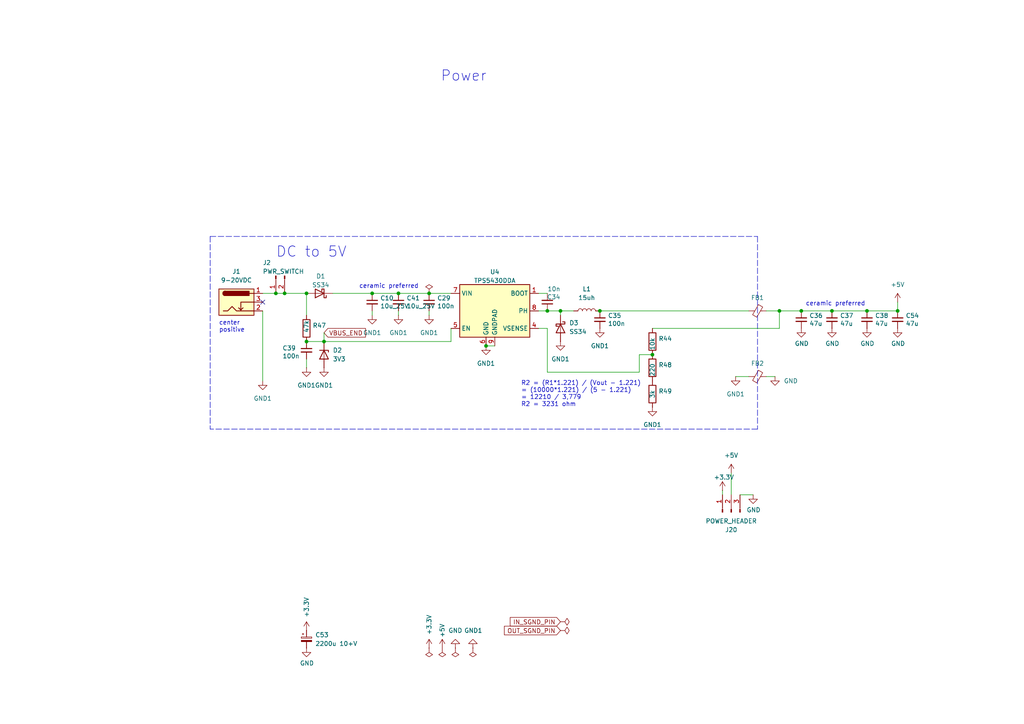
<source format=kicad_sch>
(kicad_sch (version 20250114) (generator "eeschema") (generator_version "9.0")
  (paper "A4")
  (title_block (title "https://github.com/ksoloti/ksoloti-gills") (date "2025-11-19") (rev "v0.6"))
  (lib_symbols
    (symbol "Connector:Barrel_Jack_Switch" (pin_names (hide yes))
      (property "Reference" "J" (at 0 5.334 0))
      (property "Value" "Barrel_Jack_Switch" (at 0 -5.08 0))
      (symbol "Barrel_Jack_Switch_0_1"
        (rectangle (start -5.08 3.81) (end 5.08 -3.81) (stroke (width 0.254)) (fill (type background)))
        (polyline (pts (xy -3.81 -2.54) (xy -2.54 -2.54) (xy -1.27 -1.27) (xy 0 -2.54) (xy 2.54 -2.54) (xy 5.08 -2.54)) (stroke (width 0.254)))
        (arc (start -3.302 1.905) (mid -3.9343 2.54) (end -3.302 3.175) (stroke (width 0.254)))
        (arc (start -3.302 1.905) (mid -3.9343 2.54) (end -3.302 3.175) (stroke (width 0.254)) (fill (type outline)))
        (polyline (pts (xy 1.27 -2.286) (xy 1.905 -1.651)) (stroke (width 0.254)))
        (rectangle (start 3.683 3.175) (end -3.302 1.905) (stroke (width 0.254)) (fill (type outline)))
        (polyline (pts (xy 5.08 2.54) (xy 3.81 2.54)) (stroke (width 0.254)))
        (polyline (pts (xy 5.08 0) (xy 1.27 0) (xy 1.27 -2.286) (xy 0.635 -1.651)) (stroke (width 0.254)))
      )
      (symbol "Barrel_Jack_Switch_1_1"
        (pin passive line (at 7.62 2.54 180) (length 2.54) (name "~") (number "1"))
        (pin passive line (at 7.62 0 180) (length 2.54) (name "~") (number "3"))
        (pin passive line (at 7.62 -2.54 180) (length 2.54) (name "~") (number "2"))
      )
    )
    (symbol "Connector:Conn_01x02_Pin" (pin_names (offset 1.016) (hide yes))
      (property "Reference" "J" (at 0 2.54 0))
      (property "Value" "Conn_01x02_Pin" (at 0 -5.08 0))
      (symbol "Conn_01x02_Pin_1_1"
        (rectangle (start 0.8636 0.127) (end 0 -0.127) (stroke (width 0.1524)) (fill (type outline)))
        (rectangle (start 0.8636 -2.413) (end 0 -2.667) (stroke (width 0.1524)) (fill (type outline)))
        (polyline (pts (xy 1.27 0) (xy 0.8636 0)) (stroke (width 0.1524)))
        (polyline (pts (xy 1.27 -2.54) (xy 0.8636 -2.54)) (stroke (width 0.1524)))
        (pin passive line (at 5.08 0 180) (length 3.81) (name "Pin_1") (number "1"))
        (pin passive line (at 5.08 -2.54 180) (length 3.81) (name "Pin_2") (number "2"))
      )
    )
    (symbol "Connector:Conn_01x03_Pin" (pin_names (offset 1.016) (hide yes))
      (property "Reference" "J" (at 0 5.08 0))
      (property "Value" "Conn_01x03_Pin" (at 0 -5.08 0))
      (symbol "Conn_01x03_Pin_1_1"
        (rectangle (start 0.8636 2.667) (end 0 2.413) (stroke (width 0.1524)) (fill (type outline)))
        (rectangle (start 0.8636 0.127) (end 0 -0.127) (stroke (width 0.1524)) (fill (type outline)))
        (rectangle (start 0.8636 -2.413) (end 0 -2.667) (stroke (width 0.1524)) (fill (type outline)))
        (polyline (pts (xy 1.27 2.54) (xy 0.8636 2.54)) (stroke (width 0.1524)))
        (polyline (pts (xy 1.27 0) (xy 0.8636 0)) (stroke (width 0.1524)))
        (polyline (pts (xy 1.27 -2.54) (xy 0.8636 -2.54)) (stroke (width 0.1524)))
        (pin passive line (at 5.08 2.54 180) (length 3.81) (name "Pin_1") (number "1"))
        (pin passive line (at 5.08 0 180) (length 3.81) (name "Pin_2") (number "2"))
        (pin passive line (at 5.08 -2.54 180) (length 3.81) (name "Pin_3") (number "3"))
      )
    )
    (symbol "Device:C_Polarized_Small" (pin_numbers (hide yes)) (pin_names (offset 0.254) (hide yes))
      (property "Reference" "C" (at 0.254 1.778 0))
      (property "Value" "C_Polarized_Small" (at 0.254 -2.032 0))
      (symbol "C_Polarized_Small_0_1"
        (rectangle (start -1.524 0.6858) (end 1.524 0.3048))
        (rectangle (start -1.524 -0.3048) (end 1.524 -0.6858) (fill (type outline)))
        (polyline (pts (xy -1.27 1.524) (xy -0.762 1.524)))
        (polyline (pts (xy -1.016 1.27) (xy -1.016 1.778)))
      )
      (symbol "C_Polarized_Small_1_1"
        (pin passive line (at 0 2.54 270) (length 1.8542) (name "~") (number "1"))
        (pin passive line (at 0 -2.54 90) (length 1.8542) (name "~") (number "2"))
      )
    )
    (symbol "Device:C_Small" (pin_numbers (hide yes)) (pin_names (offset 0.254) (hide yes))
      (property "Reference" "C" (at 0.254 1.778 0))
      (property "Value" "C_Small" (at 0.254 -2.032 0))
      (symbol "C_Small_0_1"
        (polyline (pts (xy -1.524 0.508) (xy 1.524 0.508)) (stroke (width 0.3048)))
        (polyline (pts (xy -1.524 -0.508) (xy 1.524 -0.508)) (stroke (width 0.3302)))
      )
      (symbol "C_Small_1_1"
        (pin passive line (at 0 2.54 270) (length 2.032) (name "~") (number "1"))
        (pin passive line (at 0 -2.54 90) (length 2.032) (name "~") (number "2"))
      )
    )
    (symbol "Device:D_Zener" (pin_numbers (hide yes)) (pin_names (offset 1.016) (hide yes))
      (property "Reference" "D" (at 0 2.54 0))
      (property "Value" "D_Zener" (at 0 -2.54 0))
      (symbol "D_Zener_0_1"
        (polyline (pts (xy -1.27 -1.27) (xy -1.27 1.27) (xy -0.762 1.27)) (stroke (width 0.254)))
        (polyline (pts (xy 1.27 0) (xy -1.27 0)))
        (polyline (pts (xy 1.27 -1.27) (xy 1.27 1.27) (xy -1.27 0) (xy 1.27 -1.27)) (stroke (width 0.254)))
      )
      (symbol "D_Zener_1_1"
        (pin passive line (at -3.81 0 0) (length 2.54) (name "K") (number "1"))
        (pin passive line (at 3.81 0 180) (length 2.54) (name "A") (number "2"))
      )
    )
    (symbol "Device:FerriteBead_Small" (pin_numbers (hide yes)) (pin_names (offset 0))
      (property "Reference" "FB" (at 1.905 1.27 0))
      (property "Value" "FerriteBead_Small" (at 1.905 -1.27 0))
      (symbol "FerriteBead_Small_0_1"
        (polyline (pts (xy -1.8288 0.2794) (xy -1.1176 1.4986) (xy 1.8288 -0.2032) (xy 1.1176 -1.4224) (xy -1.8288 0.2794)))
        (polyline (pts (xy 0 0.889) (xy 0 1.2954)))
        (polyline (pts (xy 0 -1.27) (xy 0 -0.7874)))
      )
      (symbol "FerriteBead_Small_1_1"
        (pin passive line (at 0 2.54 270) (length 1.27) (name "~") (number "1"))
        (pin passive line (at 0 -2.54 90) (length 1.27) (name "~") (number "2"))
      )
    )
    (symbol "Device:L" (pin_numbers (hide yes)) (pin_names (offset 1.016) (hide yes))
      (property "Reference" "L" (at -1.27 0 90))
      (property "Value" "L" (at 1.905 0 90))
      (symbol "L_0_1"
        (arc (start 0 2.54) (mid 0.6323 1.905) (end 0 1.27))
        (arc (start 0 1.27) (mid 0.6323 0.635) (end 0 0))
        (arc (start 0 0) (mid 0.6323 -0.635) (end 0 -1.27))
        (arc (start 0 -1.27) (mid 0.6323 -1.905) (end 0 -2.54))
      )
      (symbol "L_1_1"
        (pin passive line (at 0 3.81 270) (length 1.27) (name "1") (number "1"))
        (pin passive line (at 0 -3.81 90) (length 1.27) (name "2") (number "2"))
      )
    )
    (symbol "Device:R" (pin_numbers (hide yes)) (pin_names (offset 0))
      (property "Reference" "R" (at 2.032 0 90))
      (property "Value" "R" (at 0 0 90))
      (symbol "R_0_1"
        (rectangle (start -1.016 -2.54) (end 1.016 2.54) (stroke (width 0.254)))
      )
      (symbol "R_1_1"
        (pin passive line (at 0 3.81 270) (length 1.27) (name "~") (number "1"))
        (pin passive line (at 0 -3.81 90) (length 1.27) (name "~") (number "2"))
      )
    )
    (symbol "Diode:1N5819" (pin_numbers (hide yes)) (pin_names (offset 1.016) (hide yes))
      (property "Reference" "D" (at 0 2.54 0))
      (property "Value" "1N5819" (at 0 -2.54 0))
      (symbol "1N5819_0_1"
        (polyline (pts (xy -1.905 0.635) (xy -1.905 1.27) (xy -1.27 1.27) (xy -1.27 -1.27) (xy -0.635 -1.27) (xy -0.635 -0.635)) (stroke (width 0.254)))
        (polyline (pts (xy 1.27 1.27) (xy 1.27 -1.27) (xy -1.27 0) (xy 1.27 1.27)) (stroke (width 0.254)))
        (polyline (pts (xy 1.27 0) (xy -1.27 0)))
      )
      (symbol "1N5819_1_1"
        (pin passive line (at -3.81 0 0) (length 2.54) (name "K") (number "1"))
        (pin passive line (at 3.81 0 180) (length 2.54) (name "A") (number "2"))
      )
    )
    (symbol "Regulator_Switching:TPS5430DDA"
      (property "Reference" "U" (at -10.16 8.89 0))
      (property "Value" "TPS5430DDA" (at -1.27 8.89 0))
      (symbol "TPS5430DDA_0_1"
        (rectangle (start -10.16 7.62) (end 10.16 -7.62) (stroke (width 0.254)) (fill (type background)))
      )
      (symbol "TPS5430DDA_1_1"
        (pin power_in line (at -12.7 5.08 0) (length 2.54) (name "VIN") (number "7"))
        (pin input line (at -12.7 -5.08 0) (length 2.54) (name "EN") (number "5"))
        (pin no_connect line (at -10.16 2.54 0) (length 2.54) (hide yes) (name "NC") (number "2"))
        (pin no_connect line (at -10.16 -2.54 0) (length 2.54) (hide yes) (name "NC") (number "3"))
        (pin power_in line (at -2.54 -10.16 90) (length 2.54) (name "GND") (number "6"))
        (pin power_in line (at 0 -10.16 90) (length 2.54) (name "GNDPAD") (number "9"))
        (pin input line (at 12.7 5.08 180) (length 2.54) (name "BOOT") (number "1"))
        (pin output line (at 12.7 0 180) (length 2.54) (name "PH") (number "8"))
        (pin input line (at 12.7 -5.08 180) (length 2.54) (name "VSENSE") (number "4"))
      )
    )
    (symbol "power:+3.3V" (power) (pin_numbers (hide yes)) (pin_names (offset 0) (hide yes))
      (property "Value" "+3.3V" (at 0 3.556 0))
      (symbol "+3.3V_0_1"
        (polyline (pts (xy -0.762 1.27) (xy 0 2.54)))
        (polyline (pts (xy 0 2.54) (xy 0.762 1.27)))
        (polyline (pts (xy 0 0) (xy 0 2.54)))
      )
      (symbol "+3.3V_1_1"
        (pin power_in line (at 0 0 90) (length 0) (name "~") (number "1"))
      )
    )
    (symbol "power:+5V" (power) (pin_numbers (hide yes)) (pin_names (offset 0) (hide yes))
      (property "Value" "+5V" (at 0 3.556 0))
      (symbol "+5V_0_1"
        (polyline (pts (xy -0.762 1.27) (xy 0 2.54)))
        (polyline (pts (xy 0 2.54) (xy 0.762 1.27)))
        (polyline (pts (xy 0 0) (xy 0 2.54)))
      )
      (symbol "+5V_1_1"
        (pin power_in line (at 0 0 90) (length 0) (name "~") (number "1"))
      )
    )
    (symbol "power:GND" (power) (pin_numbers (hide yes)) (pin_names (offset 0) (hide yes))
      (property "Value" "GND" (at 0 -3.81 0))
      (symbol "GND_0_1"
        (polyline (pts (xy 0 0) (xy 0 -1.27) (xy 1.27 -1.27) (xy 0 -2.54) (xy -1.27 -1.27) (xy 0 -1.27)))
      )
      (symbol "GND_1_1"
        (pin power_in line (at 0 0 270) (length 0) (name "~") (number "1"))
      )
    )
    (symbol "power:GND1" (power) (pin_numbers (hide yes)) (pin_names (offset 0) (hide yes))
      (property "Value" "GND1" (at 0 -3.81 0))
      (symbol "GND1_0_1"
        (polyline (pts (xy 0 0) (xy 0 -1.27) (xy 1.27 -1.27) (xy 0 -2.54) (xy -1.27 -1.27) (xy 0 -1.27)))
      )
      (symbol "GND1_1_1"
        (pin power_in line (at 0 0 270) (length 0) (name "~") (number "1"))
      )
    )
    (symbol "power:PWR_FLAG" (power) (pin_numbers (hide yes)) (pin_names (offset 0) (hide yes))
      (property "Value" "PWR_FLAG" (at 0 3.81 0))
      (symbol "PWR_FLAG_0_0"
        (pin power_out line (at 0 0 90) (length 0) (name "~") (number "1"))
      )
      (symbol "PWR_FLAG_0_1"
        (polyline (pts (xy 0 0) (xy 0 1.27) (xy -1.016 1.905) (xy 0 2.54) (xy 1.016 1.905) (xy 0 1.27)))
      )
    )
  )
  (text "Power" (at 127.762 23.876 0) (effects (font (size 3 3)) (justify left bottom)))
  (text "DC to 5V" (at 80.01 74.93 0) (effects (font (size 3 3)) (justify left bottom)))
  (text "center\npositive" (at 63.5 96.52 0) (effects (font (size 1.27 1.27)) (justify left bottom)))
  (text "ceramic preferred" (at 104.14 83.82 0) (effects (font (size 1.27 1.27)) (justify left bottom)))
  (text "R2 = (R1*1.221) / (Vout - 1.221)\n= (10000*1.221) / (5 - 1.221)\n= 12210 / 3,779\nR2 = 3231 ohm" (at 151.13 118.11 0) (effects (font (size 1.27 1.27)) (justify left bottom)))
  (text "ceramic preferred" (at 233.68 88.9 0) (effects (font (size 1.27 1.27)) (justify left bottom)))
  (junction (at 189.23 102.87))
  (junction (at 158.75 90.17))
  (junction (at 93.98 99.06))
  (junction (at 162.56 90.17))
  (junction (at 251.46 90.17))
  (junction (at 173.99 90.17))
  (junction (at 140.97 100.33))
  (junction (at 226.06 90.17))
  (junction (at 88.9 85.09))
  (junction (at 241.3 90.17))
  (junction (at 88.9 99.06))
  (junction (at 124.46 85.09))
  (junction (at 232.41 90.17))
  (junction (at 82.55 85.09))
  (junction (at 107.95 85.09))
  (junction (at 115.57 85.09))
  (junction (at 80.01 85.09))
  (junction (at 260.35 90.17))
  (no_connect (at 76.2 87.63))
  (wire (pts (xy 185.42 107.95) (xy 185.42 102.87)))
  (wire (pts (xy 107.95 85.09) (xy 115.57 85.09)))
  (wire (pts (xy 222.25 90.17) (xy 226.06 90.17)))
  (wire (pts (xy 226.06 90.17) (xy 226.06 95.25)))
  (wire (pts (xy 260.35 87.63) (xy 260.35 90.17)))
  (wire (pts (xy 173.99 90.17) (xy 217.17 90.17)))
  (wire (pts (xy 158.75 95.25) (xy 156.21 95.25)))
  (wire (pts (xy 212.09 143.51) (xy 212.09 137.16)))
  (wire (pts (xy 124.46 91.44) (xy 124.46 90.17)))
  (wire (pts (xy 158.75 107.95) (xy 185.42 107.95)))
  (wire (pts (xy 162.56 90.17) (xy 166.37 90.17)))
  (wire (pts (xy 158.75 90.17) (xy 156.21 90.17)))
  (wire (pts (xy 96.52 85.09) (xy 107.95 85.09)))
  (wire (pts (xy 115.57 91.44) (xy 115.57 90.17)))
  (wire (pts (xy 226.06 90.17) (xy 232.41 90.17)))
  (wire (pts (xy 185.42 102.87) (xy 189.23 102.87)))
  (wire (pts (xy 130.81 99.06) (xy 93.98 99.06)))
  (wire (pts (xy 88.9 91.44) (xy 88.9 85.09)))
  (wire (pts (xy 232.41 90.17) (xy 241.3 90.17)))
  (polyline (pts (xy 219.71 124.46) (xy 60.96 124.46)) (stroke (width 0) (type dash)))
  (wire (pts (xy 156.21 85.09) (xy 158.75 85.09)))
  (wire (pts (xy 140.97 100.33) (xy 143.51 100.33)))
  (wire (pts (xy 76.2 85.09) (xy 80.01 85.09)))
  (wire (pts (xy 82.55 85.09) (xy 88.9 85.09)))
  (wire (pts (xy 88.9 106.68) (xy 88.9 104.14)))
  (wire (pts (xy 209.55 142.24) (xy 209.55 143.51)))
  (wire (pts (xy 214.63 143.51) (xy 218.44 143.51)))
  (polyline (pts (xy 219.71 68.58) (xy 219.71 124.46)) (stroke (width 0) (type dash)))
  (wire (pts (xy 158.75 90.17) (xy 162.56 90.17)))
  (wire (pts (xy 88.9 99.06) (xy 93.98 99.06)))
  (wire (pts (xy 93.98 96.52) (xy 93.98 99.06)))
  (wire (pts (xy 251.46 90.17) (xy 260.35 90.17)))
  (wire (pts (xy 80.01 85.09) (xy 82.55 85.09)))
  (wire (pts (xy 124.46 85.09) (xy 130.81 85.09)))
  (wire (pts (xy 224.79 109.22) (xy 222.25 109.22)))
  (polyline (pts (xy 60.96 68.58) (xy 60.96 124.46)) (stroke (width 0) (type dash)))
  (wire (pts (xy 130.81 95.25) (xy 130.81 99.06)))
  (wire (pts (xy 241.3 90.17) (xy 251.46 90.17)))
  (wire (pts (xy 76.2 110.49) (xy 76.2 90.17)))
  (polyline (pts (xy 60.96 68.58) (xy 219.71 68.58)) (stroke (width 0) (type dash)))
  (wire (pts (xy 226.06 95.25) (xy 189.23 95.25)))
  (wire (pts (xy 162.56 91.44) (xy 162.56 90.17)))
  (wire (pts (xy 158.75 95.25) (xy 158.75 107.95)))
  (wire (pts (xy 115.57 85.09) (xy 124.46 85.09)))
  (wire (pts (xy 213.36 109.22) (xy 217.17 109.22)))
  (wire (pts (xy 107.95 91.44) (xy 107.95 90.17)))
  (global_label "VBUS_END" (shape input) (at 93.98 96.52 0) (property "Intersheetrefs" "${INTERSHEET_REFS}" (effects (hide yes))))
  (global_label "OUT_SGND_PIN" (shape input) (at 162.56 182.88 180) (property "Intersheetrefs" "${INTERSHEET_REFS}" (effects (hide yes))))
  (global_label "IN_SGND_PIN" (shape input) (at 162.56 180.34 180) (property "Intersheetrefs" "${INTERSHEET_REFS}" (effects (hide yes))))
  (symbol (lib_id "power:GND1") (at 115.57 91.44 0) (unit 1)
    (property "Reference" "#PWR0114" (effects (hide yes)))
    (property "Value" "GND1" (at 115.57 96.52 0))
    (property "Description" "Power symbol creates a global label with name \"GND1\" , ground" (effects (hide yes)))
  )
  (symbol (lib_id "power:GND1") (at 76.2 110.49 0) (unit 1)
    (property "Reference" "#PWR0107" (effects (hide yes)))
    (property "Value" "GND1" (at 76.2 115.57 0))
    (property "Description" "Power symbol creates a global label with name \"GND1\" , ground" (effects (hide yes)))
  )
  (symbol (lib_id "Device:C_Polarized_Small") (at 88.9 185.42 0) (unit 1)
    (property "Reference" "C53" (at 91.44 184.15 0) (effects (justify left)))
    (property "Value" "2200u 10+V" (at 91.44 186.69 0) (effects (justify left)))
    (property "Footprint" "Capacitor_THT:CP_Radial_D10.0mm_P5.00mm" (effects (hide yes)))
    (property "Description" "Polarized capacitor, small symbol" (effects (hide yes)))
  )
  (symbol (lib_id "Connector:Conn_01x02_Pin") (at 80.01 80.01 90) (mirror x) (unit 1)
    (property "Reference" "J2" (at 76.2 76.2 90) (effects (justify right)))
    (property "Value" "PWR_SWITCH" (at 76.2 78.74 90) (effects (justify right)))
    (property "Footprint" "Connector_PinHeader_2.54mm:PinHeader_1x02_P2.54mm_Vertical" (effects (hide yes)))
    (property "Description" "Generic connector, single row, 01x02, script generated" (effects (hide yes)))
  )
  (symbol (lib_id "Device:R") (at 189.23 99.06 0) (unit 1)
    (property "Reference" "R44" (at 191.008 98.2253 0) (effects (justify left)))
    (property "Value" "10k" (at 189.23 101.6 90) (effects (justify left)))
    (property "Footprint" "Resistor_SMD:R_0603_1608Metric" (effects (hide yes)))
    (property "Description" "Resistor" (effects (hide yes)))
  )
  (symbol (lib_id "power:GND1") (at 137.16 187.96 180) (unit 1)
    (property "Reference" "#PWR0123" (effects (hide yes)))
    (property "Value" "GND1" (at 134.62 182.88 0) (effects (justify right)))
    (property "Description" "Power symbol creates a global label with name \"GND1\" , ground" (effects (hide yes)))
  )
  (symbol (lib_id "power:GND1") (at 88.9 106.68 0) (unit 1)
    (property "Reference" "#PWR0113" (effects (hide yes)))
    (property "Value" "GND1" (at 88.9 111.76 0))
    (property "Description" "Power symbol creates a global label with name \"GND1\" , ground" (effects (hide yes)))
  )
  (symbol (lib_id "power:PWR_FLAG") (at 124.46 85.09 0) (unit 1)
    (property "Reference" "#FLG01" (effects (hide yes)))
    (property "Value" "PWR_FLAG" (effects (hide yes)))
    (property "Description" "Special symbol for telling ERC where power comes from" (effects (hide yes)))
  )
  (symbol (lib_id "Diode:1N5819") (at 162.56 95.25 270) (unit 1)
    (property "Reference" "D3" (at 165.1 93.6624 90) (effects (justify left)))
    (property "Value" "SS34" (at 165.1 96.2024 90) (effects (justify left)))
    (property "Footprint" "Diode_SMD:D_SMA" (effects (hide yes)))
    (property "Datasheet" "http://www.vishay.com/docs/88525/1n5817.pdf" (effects (hide yes)))
    (property "Description" "40V 1A Schottky Barrier Rectifier Diode, DO-41" (effects (hide yes)))
  )
  (symbol (lib_id "power:GND1") (at 173.99 95.25 0) (unit 1)
    (property "Reference" "#PWR0121" (effects (hide yes)))
    (property "Value" "GND1" (at 173.99 100.33 0))
    (property "Description" "Power symbol creates a global label with name \"GND1\" , ground" (effects (hide yes)))
  )
  (symbol (lib_id "power:GND") (at 241.3 95.25 0) (unit 1)
    (property "Reference" "#PWR093" (effects (hide yes)))
    (property "Value" "GND" (at 241.427 99.6442 0))
    (property "Description" "Power symbol creates a global label with name \"GND\" , ground" (effects (hide yes)))
  )
  (symbol (lib_id "power:GND") (at 132.08 187.96 180) (unit 1)
    (property "Reference" "#PWR0119" (effects (hide yes)))
    (property "Value" "GND" (at 132.08 182.88 0))
    (property "Description" "Power symbol creates a global label with name \"GND\" , ground" (effects (hide yes)))
  )
  (symbol (lib_id "power:GND1") (at 162.56 99.06 0) (unit 1)
    (property "Reference" "#PWR0110" (effects (hide yes)))
    (property "Value" "GND1" (at 162.56 104.14 0))
    (property "Description" "Power symbol creates a global label with name \"GND1\" , ground" (effects (hide yes)))
  )
  (symbol (lib_id "Device:L") (at 170.18 90.17 90) (unit 1)
    (property "Reference" "L1" (at 170.18 83.82 90))
    (property "Value" "15uh" (at 170.18 86.36 90))
    (property "Footprint" "Library:L_7.3x6.7_H3.5" (effects (hide yes)))
    (property "Description" "Inductor" (effects (hide yes)))
  )
  (symbol (lib_id "Device:R") (at 88.9 95.25 180) (unit 1)
    (property "Reference" "R47" (at 90.678 94.4153 0) (effects (justify right)))
    (property "Value" "47k" (at 88.9 96.52 90) (effects (justify right)))
    (property "Footprint" "Resistor_SMD:R_0603_1608Metric" (effects (hide yes)))
    (property "Description" "Resistor" (effects (hide yes)))
  )
  (symbol (lib_id "power:+3.3V") (at 88.9 182.88 0) (unit 1)
    (property "Reference" "#PWR018" (effects (hide yes)))
    (property "Value" "+3.3V" (at 88.9 179.07 90) (effects (justify left)))
    (property "Description" "Power symbol creates a global label with name \"+3.3V\"" (effects (hide yes)))
  )
  (symbol (lib_id "Device:C_Small") (at 241.3 92.71 0) (unit 1)
    (property "Reference" "C37" (at 243.6368 91.5416 0) (effects (justify left)))
    (property "Value" "47u" (at 243.6368 93.853 0) (effects (justify left)))
    (property "Footprint" "Capacitor_SMD:C_1206_3216Metric" (effects (hide yes)))
    (property "Description" "Unpolarized capacitor, small symbol" (effects (hide yes)))
  )
  (symbol (lib_id "power:GND") (at 251.46 95.25 0) (unit 1)
    (property "Reference" "#PWR094" (effects (hide yes)))
    (property "Value" "GND" (at 251.587 99.6442 0))
    (property "Description" "Power symbol creates a global label with name \"GND\" , ground" (effects (hide yes)))
  )
  (symbol (lib_id "power:GND1") (at 107.95 91.44 0) (unit 1)
    (property "Reference" "#PWR0116" (effects (hide yes)))
    (property "Value" "GND1" (at 107.95 96.52 0))
    (property "Description" "Power symbol creates a global label with name \"GND1\" , ground" (effects (hide yes)))
  )
  (symbol (lib_id "Device:R") (at 189.23 114.3 180) (unit 1)
    (property "Reference" "R49" (at 191.008 113.4653 0) (effects (justify right)))
    (property "Value" "3k" (at 189.23 115.57 90) (effects (justify right)))
    (property "Footprint" "Resistor_SMD:R_0603_1608Metric" (effects (hide yes)))
    (property "Description" "Resistor" (effects (hide yes)))
  )
  (symbol (lib_id "power:PWR_FLAG") (at 162.56 182.88 270) (unit 1)
    (property "Reference" "#FLG08" (effects (hide yes)))
    (property "Value" "PWR_FLAG" (effects (hide yes)))
    (property "Description" "Special symbol for telling ERC where power comes from" (effects (hide yes)))
  )
  (symbol (lib_id "power:+3.3V") (at 209.55 142.24 0) (unit 1)
    (property "Reference" "#PWR02" (effects (hide yes)))
    (property "Value" "+3.3V" (at 207.01 138.43 0) (effects (justify left)))
    (property "Description" "Power symbol creates a global label with name \"+3.3V\"" (effects (hide yes)))
  )
  (symbol (lib_id "power:GND1") (at 213.36 109.22 0) (unit 1)
    (property "Reference" "#PWR0103" (effects (hide yes)))
    (property "Value" "GND1" (at 213.36 114.3 0))
    (property "Description" "Power symbol creates a global label with name \"GND1\" , ground" (effects (hide yes)))
  )
  (symbol (lib_id "Device:FerriteBead_Small") (at 219.71 109.22 270) (unit 1)
    (property "Reference" "FB2" (at 219.71 105.41 90))
    (property "Value" "100 ohm @ 100 Mhz" (effects (hide yes)))
    (property "Footprint" "Resistor_SMD:R_1206_3216Metric" (effects (hide yes)))
    (property "Description" "Ferrite bead, small symbol" (effects (hide yes)))
  )
  (symbol (lib_id "power:+5V") (at 212.09 137.16 0) (unit 1)
    (property "Reference" "#PWR0155" (effects (hide yes)))
    (property "Value" "+5V" (at 212.09 132.08 0))
    (property "Description" "Power symbol creates a global label with name \"+5V\"" (effects (hide yes)))
  )
  (symbol (lib_id "power:GND1") (at 140.97 100.33 0) (unit 1)
    (property "Reference" "#PWR0108" (effects (hide yes)))
    (property "Value" "GND1" (at 140.97 105.41 0))
    (property "Description" "Power symbol creates a global label with name \"GND1\" , ground" (effects (hide yes)))
  )
  (symbol (lib_id "Device:C_Small") (at 173.99 92.71 0) (unit 1)
    (property "Reference" "C35" (at 176.3268 91.5416 0) (effects (justify left)))
    (property "Value" "100n" (at 176.3268 93.853 0) (effects (justify left)))
    (property "Footprint" "Capacitor_SMD:C_0603_1608Metric" (effects (hide yes)))
    (property "Description" "Unpolarized capacitor, small symbol" (effects (hide yes)))
  )
  (symbol (lib_id "Device:C_Small") (at 107.95 87.63 0) (unit 1)
    (property "Reference" "C10" (at 110.2868 86.4616 0) (effects (justify left)))
    (property "Value" "10u_25V" (at 110.2868 88.773 0) (effects (justify left)))
    (property "Footprint" "Capacitor_SMD:C_0603_1608Metric" (effects (hide yes)))
    (property "Description" "Unpolarized capacitor, small symbol" (effects (hide yes)))
  )
  (symbol (lib_id "power:+5V") (at 260.35 87.63 0) (unit 1)
    (property "Reference" "#PWR060" (effects (hide yes)))
    (property "Value" "+5V" (at 260.35 82.55 0))
    (property "Description" "Power symbol creates a global label with name \"+5V\"" (effects (hide yes)))
  )
  (symbol (lib_id "power:PWR_FLAG") (at 162.56 180.34 270) (unit 1)
    (property "Reference" "#FLG07" (effects (hide yes)))
    (property "Value" "PWR_FLAG" (effects (hide yes)))
    (property "Description" "Special symbol for telling ERC where power comes from" (effects (hide yes)))
  )
  (symbol (lib_id "power:PWR_FLAG") (at 128.27 187.96 180) (unit 1)
    (property "Reference" "#FLG05" (effects (hide yes)))
    (property "Value" "PWR_FLAG" (effects (hide yes)))
    (property "Description" "Special symbol for telling ERC where power comes from" (effects (hide yes)))
  )
  (symbol (lib_id "power:GND") (at 224.79 109.22 0) (unit 1)
    (property "Reference" "#PWR0101" (effects (hide yes)))
    (property "Value" "GND" (at 227.33 110.4899 0) (effects (justify left)))
    (property "Description" "Power symbol creates a global label with name \"GND\" , ground" (effects (hide yes)))
  )
  (symbol (lib_id "power:GND") (at 88.9 187.96 0) (unit 1)
    (property "Reference" "#PWR054" (effects (hide yes)))
    (property "Value" "GND" (at 89.027 192.3542 0))
    (property "Description" "Power symbol creates a global label with name \"GND\" , ground" (effects (hide yes)))
  )
  (symbol (lib_id "Connector:Barrel_Jack_Switch") (at 68.58 87.63 0) (unit 1)
    (property "Reference" "J1" (at 68.58 78.74 0))
    (property "Value" "9-20VDC" (at 68.58 81.28 0))
    (property "Footprint" "Library:dc_socket" (effects (hide yes)))
    (property "Description" "DC Barrel Jack with an internal switch" (effects (hide yes)))
  )
  (symbol (lib_id "power:PWR_FLAG") (at 132.08 187.96 180) (unit 1)
    (property "Reference" "#FLG06" (effects (hide yes)))
    (property "Value" "PWR_FLAG" (effects (hide yes)))
    (property "Description" "Special symbol for telling ERC where power comes from" (effects (hide yes)))
  )
  (symbol (lib_id "Device:R") (at 189.23 106.68 180) (unit 1)
    (property "Reference" "R48" (at 191.008 105.8453 0) (effects (justify right)))
    (property "Value" "220" (at 189.23 109.22 90) (effects (justify right)))
    (property "Footprint" "Resistor_SMD:R_0603_1608Metric" (effects (hide yes)))
    (property "Description" "Resistor" (effects (hide yes)))
  )
  (symbol (lib_id "Regulator_Switching:TPS5430DDA") (at 143.51 90.17 0) (unit 1)
    (property "Reference" "U4" (at 143.51 78.8502 0))
    (property "Value" "TPS5430DDA" (at 143.51 81.3871 0))
    (property "Footprint" "Package_SO:TI_SO-PowerPAD-8_ThermalVias" (effects (hide yes)))
    (property "Datasheet" "http://www.ti.com/lit/ds/symlink/tps5430.pdf" (effects (hide yes)))
    (property "Description" "3A, Step Down Swift Converter, Adjustable Output Voltage, 5.5-36V Input Voltage, PowerSO-8" (effects (hide yes)))
  )
  (symbol (lib_id "Device:D_Zener") (at 93.98 102.87 270) (unit 1)
    (property "Reference" "D2" (at 96.52 101.5999 90) (effects (justify left)))
    (property "Value" "3V3" (at 96.52 104.1399 90) (effects (justify left)))
    (property "Footprint" "Diode_SMD:D_MiniMELF" (effects (hide yes)))
    (property "Description" "Zener diode" (effects (hide yes)))
  )
  (symbol (lib_id "Device:C_Small") (at 124.46 87.63 0) (unit 1)
    (property "Reference" "C29" (at 126.7968 86.4616 0) (effects (justify left)))
    (property "Value" "100n" (at 126.7968 88.773 0) (effects (justify left)))
    (property "Footprint" "Capacitor_SMD:C_0603_1608Metric" (effects (hide yes)))
    (property "Description" "Unpolarized capacitor, small symbol" (effects (hide yes)))
  )
  (symbol (lib_id "Connector:Conn_01x03_Pin") (at 212.09 148.59 90) (unit 1)
    (property "Reference" "J20" (at 212.09 153.67 90))
    (property "Value" "POWER_HEADER" (at 212.09 151.13 90))
    (property "Footprint" "Connector_PinHeader_2.54mm:PinHeader_1x03_P2.54mm_Vertical" (effects (hide yes)))
    (property "Description" "Generic connector, single row, 01x03, script generated" (effects (hide yes)))
  )
  (symbol (lib_id "Device:C_Small") (at 115.57 87.63 0) (unit 1)
    (property "Reference" "C41" (at 117.9068 86.4616 0) (effects (justify left)))
    (property "Value" "10u_25V" (at 117.9068 88.773 0) (effects (justify left)))
    (property "Footprint" "Capacitor_SMD:C_0603_1608Metric" (effects (hide yes)))
    (property "Description" "Unpolarized capacitor, small symbol" (effects (hide yes)))
  )
  (symbol (lib_id "power:PWR_FLAG") (at 137.16 187.96 180) (unit 1)
    (property "Reference" "#FLG0101" (effects (hide yes)))
    (property "Value" "PWR_FLAG" (effects (hide yes)))
    (property "Description" "Special symbol for telling ERC where power comes from" (effects (hide yes)))
  )
  (symbol (lib_id "power:PWR_FLAG") (at 124.46 187.96 180) (unit 1)
    (property "Reference" "#FLG04" (effects (hide yes)))
    (property "Value" "PWR_FLAG" (effects (hide yes)))
    (property "Description" "Special symbol for telling ERC where power comes from" (effects (hide yes)))
  )
  (symbol (lib_id "Device:C_Small") (at 251.46 92.71 0) (unit 1)
    (property "Reference" "C38" (at 253.7968 91.5416 0) (effects (justify left)))
    (property "Value" "47u" (at 253.7968 93.853 0) (effects (justify left)))
    (property "Footprint" "Capacitor_SMD:C_1206_3216Metric" (effects (hide yes)))
    (property "Description" "Unpolarized capacitor, small symbol" (effects (hide yes)))
  )
  (symbol (lib_id "power:GND1") (at 93.98 106.68 0) (unit 1)
    (property "Reference" "#PWR0112" (effects (hide yes)))
    (property "Value" "GND1" (at 93.98 111.76 0))
    (property "Description" "Power symbol creates a global label with name \"GND1\" , ground" (effects (hide yes)))
  )
  (symbol (lib_id "Device:C_Small") (at 260.35 92.71 0) (unit 1)
    (property "Reference" "C54" (at 262.6868 91.5416 0) (effects (justify left)))
    (property "Value" "47u" (at 262.6868 93.853 0) (effects (justify left)))
    (property "Footprint" "Capacitor_SMD:C_1206_3216Metric" (effects (hide yes)))
    (property "Description" "Unpolarized capacitor, small symbol" (effects (hide yes)))
  )
  (symbol (lib_id "power:+3.3V") (at 124.46 187.96 0) (unit 1)
    (property "Reference" "#PWR0115" (effects (hide yes)))
    (property "Value" "+3.3V" (at 124.46 184.15 90) (effects (justify left)))
    (property "Description" "Power symbol creates a global label with name \"+3.3V\"" (effects (hide yes)))
  )
  (symbol (lib_id "power:GND") (at 232.41 95.25 0) (unit 1)
    (property "Reference" "#PWR092" (effects (hide yes)))
    (property "Value" "GND" (at 232.537 99.6442 0))
    (property "Description" "Power symbol creates a global label with name \"GND\" , ground" (effects (hide yes)))
  )
  (symbol (lib_id "Device:FerriteBead_Small") (at 219.71 90.17 270) (unit 1)
    (property "Reference" "FB1" (at 219.71 86.36 90))
    (property "Value" "100 ohm @ 100 Mhz" (effects (hide yes)))
    (property "Footprint" "Resistor_SMD:R_1206_3216Metric" (effects (hide yes)))
    (property "Description" "Ferrite bead, small symbol" (effects (hide yes)))
  )
  (symbol (lib_id "power:+5V") (at 128.27 187.96 0) (mirror y) (unit 1)
    (property "Reference" "#PWR0118" (effects (hide yes)))
    (property "Value" "+5V" (at 128.27 182.88 90))
    (property "Description" "Power symbol creates a global label with name \"+5V\"" (effects (hide yes)))
  )
  (symbol (lib_id "power:GND1") (at 189.23 118.11 0) (unit 1)
    (property "Reference" "#PWR0111" (effects (hide yes)))
    (property "Value" "GND1" (at 189.23 123.19 0))
    (property "Description" "Power symbol creates a global label with name \"GND1\" , ground" (effects (hide yes)))
  )
  (symbol (lib_id "Device:C_Small") (at 232.41 92.71 0) (unit 1)
    (property "Reference" "C36" (at 234.7468 91.5416 0) (effects (justify left)))
    (property "Value" "47u" (at 234.7468 93.853 0) (effects (justify left)))
    (property "Footprint" "Capacitor_SMD:C_1206_3216Metric" (effects (hide yes)))
    (property "Description" "Unpolarized capacitor, small symbol" (effects (hide yes)))
  )
  (symbol (lib_id "power:GND") (at 218.44 143.51 0) (unit 1)
    (property "Reference" "#PWR017" (effects (hide yes)))
    (property "Value" "GND" (at 218.567 147.9042 0))
    (property "Description" "Power symbol creates a global label with name \"GND\" , ground" (effects (hide yes)))
  )
  (symbol (lib_id "Device:C_Small") (at 88.9 101.6 0) (unit 1)
    (property "Reference" "C39" (at 81.915 100.965 0) (effects (justify left)))
    (property "Value" "100n" (at 81.915 103.2764 0) (effects (justify left)))
    (property "Footprint" "Capacitor_SMD:C_0603_1608Metric" (effects (hide yes)))
    (property "Description" "Unpolarized capacitor, small symbol" (effects (hide yes)))
  )
  (symbol (lib_id "Diode:1N5819") (at 92.71 85.09 180) (unit 1)
    (property "Reference" "D1" (at 93.0275 80.1202 0))
    (property "Value" "SS34" (at 93.0275 82.6571 0))
    (property "Footprint" "Diode_SMD:D_SMA" (effects (hide yes)))
    (property "Datasheet" "http://www.vishay.com/docs/88525/1n5817.pdf" (effects (hide yes)))
    (property "Description" "40V 1A Schottky Barrier Rectifier Diode, DO-41" (effects (hide yes)))
  )
  (symbol (lib_id "Device:C_Small") (at 158.75 87.63 180) (unit 1)
    (property "Reference" "C34" (at 162.56 86.1314 0) (effects (justify left)))
    (property "Value" "10n" (at 162.56 83.82 0) (effects (justify left)))
    (property "Footprint" "Capacitor_SMD:C_0603_1608Metric" (effects (hide yes)))
    (property "Description" "Unpolarized capacitor, small symbol" (effects (hide yes)))
  )
  (symbol (lib_id "power:GND") (at 260.35 95.25 0) (unit 1)
    (property "Reference" "#PWR0153" (effects (hide yes)))
    (property "Value" "GND" (at 260.477 99.6442 0))
    (property "Description" "Power symbol creates a global label with name \"GND\" , ground" (effects (hide yes)))
  )
  (symbol (lib_id "power:GND1") (at 124.46 91.44 0) (unit 1)
    (property "Reference" "#PWR0117" (effects (hide yes)))
    (property "Value" "GND1" (at 124.46 96.52 0))
    (property "Description" "Power symbol creates a global label with name \"GND1\" , ground" (effects (hide yes)))
  )
)
</source>
